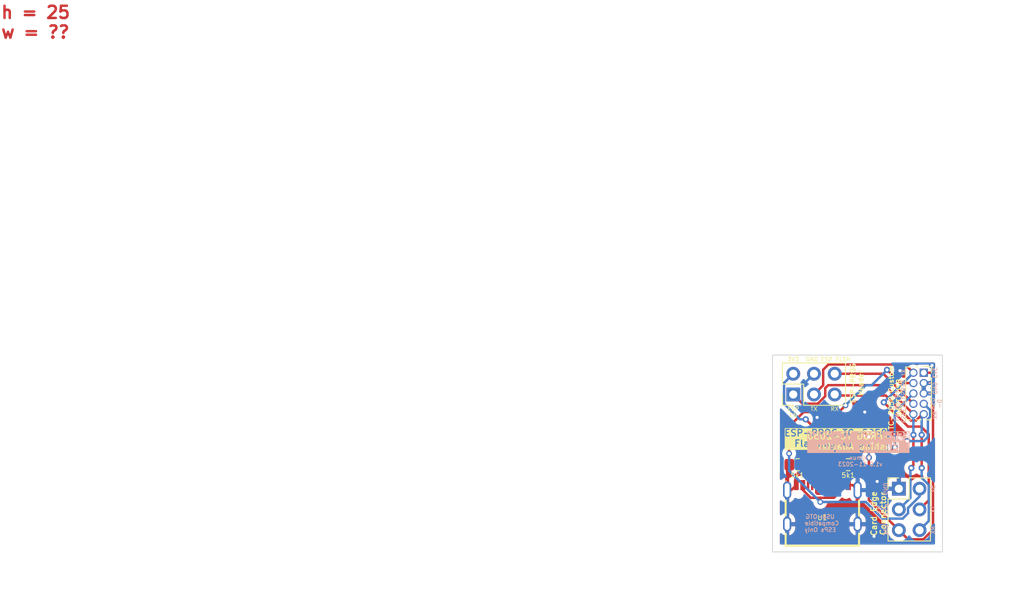
<source format=kicad_pcb>
(kicad_pcb (version 20221018) (generator pcbnew)
  (title_block (title "ESP-PROG to TC-2050 and Card Edge Adapter") (date "2023-11-01") (rev "v1.0") (company "jacob@jacobbokor.com"))
  (layers (0 "F.Cu" signal) (31 "B.Cu" signal) (34 "B.Paste" user) (35 "F.Paste" user) (36 "B.SilkS" user "B.Silkscreen") (37 "F.SilkS" user "F.Silkscreen") (38 "B.Mask" user) (39 "F.Mask" user) (44 "Edge.Cuts" user))
  (net 0 "")
  (net 1 "/VDD_U")
  (net 2 "/ESP_TXD0")
  (net 3 "Earth")
  (net 4 "/5V_VUSB")
  (net 5 "/USB_D+")
  (net 6 "/USB_D-")
  (net 7 "/ESP_IO0")
  (net 8 "/ESP_RXD0")
  (net 9 "/ESP_EN")
  (net 10 "Net-(U1-CC1)")
  (net 11 "Net-(U1-CC2)")
  (footprint "Connector_PinHeader_2.54mm:PinHeader_2x03_P2.54mm_Vertical" (layer "F.Cu") (at 148.331 76.708)
    (fp_text reference "J3" hide)
    (fp_text value "2x3 Card Edge Progamming Connector" hide)
    (fp_line (start -1.33 -1.33) (end 0 -1.33) (stroke (width 0.12)) (layer "F.SilkS"))
    (fp_line (start -1.33 0) (end -1.33 -1.33) (stroke (width 0.12)) (layer "F.SilkS"))
    (fp_line (start -1.33 1.27) (end -1.33 6.41) (stroke (width 0.12)) (layer "F.SilkS"))
    (fp_line (start -1.33 1.27) (end 1.27 1.27) (stroke (width 0.12)) (layer "F.SilkS"))
    (fp_line (start -1.33 6.41) (end 3.87 6.41) (stroke (width 0.12)) (layer "F.SilkS"))
    (fp_line (start 1.27 -1.33) (end 3.87 -1.33) (stroke (width 0.12)) (layer "F.SilkS"))
    (fp_line (start 1.27 1.27) (end 1.27 -1.33) (stroke (width 0.12)) (layer "F.SilkS"))
    (fp_line (start 3.87 -1.33) (end 3.87 6.41) (stroke (width 0.12)) (layer "F.SilkS"))
    (pad "1" thru_hole rect (at 0 0) (size 1.7 1.7) (drill 1) (layers "*.Cu" "*.Mask") (net 3 "Earth"))
    (pad "2" thru_hole oval (at 2.54 0) (size 1.7 1.7) (drill 1) (layers "*.Cu" "*.Mask") (net 4 "/5V_VUSB"))
    (pad "3" thru_hole oval (at 0 2.54) (size 1.7 1.7) (drill 1) (layers "*.Cu" "*.Mask") (net 9 "/ESP_EN"))
    (pad "4" thru_hole oval (at 2.54 2.54) (size 1.7 1.7) (drill 1) (layers "*.Cu" "*.Mask") (net 2 "/ESP_TXD0"))
    (pad "5" thru_hole oval (at 0 5.08) (size 1.7 1.7) (drill 1) (layers "*.Cu" "*.Mask") (net 1 "/VDD_U"))
    (pad "6" thru_hole oval (at 2.54 5.08) (size 1.7 1.7) (drill 1) (layers "*.Cu" "*.Mask") (net 8 "/ESP_RXD0"))
  )
  (footprint "Resistor_SMD:R_0805_2012Metric_Pad1.20x1.40mm_HandSolder" (layer "F.Cu") (at 142.108936 73.761423)
    (fp_text reference "R2" hide)
    (fp_text value "5k1" (at 0.004064 1.295577) (layer "F.SilkS") (effects (font (size 0.6 0.6) (thickness 0.09))))
    (fp_line (start -0.227064 -0.735) (end 0.227064 -0.735) (stroke (width 0.12)) (layer "F.SilkS"))
    (fp_line (start -0.227064 0.735) (end 0.227064 0.735) (stroke (width 0.12)) (layer "F.SilkS"))
    (pad "1" smd roundrect (at -1 0) (size 1.2 1.4) (layers "F.Cu" "F.Paste" "F.Mask") (roundrect_rratio 0.2083333333) (net 11 "Net-(U1-CC2)"))
    (pad "2" smd roundrect (at 1 0) (size 1.2 1.4) (layers "F.Cu" "F.Paste" "F.Mask") (roundrect_rratio 0.2083333333) (net 3 "Earth"))
  )
  (footprint "jmux-footprints:USB-C-SMD_G-SWITCH_GT-USB-7010ASV" (layer "F.Cu") (at 138.949962 78.6619)
    (fp_text reference "U1" (at -0.011962 1.6021) (layer "F.SilkS") (effects (font (size 0.6 0.6) (thickness 0.0875))))
    (fp_text value "GT-USB-7010ASV" hide)
    (fp_line (start -4.500051 1.321514) (end -4.500051 -0.508) (stroke (width 0.254)) (layer "F.SilkS"))
    (fp_line (start -4.500051 5.030074) (end -4.500051 3.556) (stroke (width 0.254)) (layer "F.SilkS"))
    (fp_line (start 4.499975 1.321514) (end 4.499975 -0.508) (stroke (width 0.254)) (layer "F.SilkS"))
    (fp_line (start 4.499975 5.030074) (end -4.500051 5.030074) (stroke (width 0.254)) (layer "F.SilkS"))
    (fp_line (start 4.499975 5.030074) (end 4.499975 3.556) (stroke (width 0.254)) (layer "F.SilkS"))
    (fp_circle (center -4.470053 -2.9) (end -4.440056 -2.9) (stroke (width 0.059995)) (fill none) (layer "F.SilkS"))
    (pad "" np_thru_hole circle (at -2.899949 -1.280137) (size 0.649987 0.649987) (drill 0.649987) (layers "*.Cu" "*.Mask"))
    (pad "" np_thru_hole circle (at 2.889992 -1.280137) (size 0.649987 0.649987) (drill 0.649987) (layers "*.Cu" "*.Mask"))
    (pad "1" thru_hole oval (at -4.320066 -1.78001) (size 1 2.1) (drill oval 0.6 1.7) (layers "*.Cu" "*.Mask") (net 3 "Earth"))
    (pad "2" thru_hole oval (at 4.320015 -1.78001) (size 1 2.1) (drill oval 0.6 1.7) (layers "*.Cu" "*.Mask") (net 3 "Earth"))
    (pad "3" thru_hole oval (at 4.320015 2.400076) (size 1 1.8) (drill oval 0.6 1.4) (layers "*.Cu" "*.Mask") (net 3 "Earth"))
    (pad "4" thru_hole oval (at -4.320066 2.400076) (size 1 1.8) (drill oval 0.6 1.4) (layers "*.Cu" "*.Mask") (net 3 "Earth"))
    (pad "A1B12" smd rect (at -3.199924 -2.400025) (size 0.6 1.240005) (layers "F.Cu" "F.Paste" "F.Mask") (net 3 "Earth"))
    (pad "A4B9" smd rect (at -2.400076 -2.400025) (size 0.6 1.240005) (layers "F.Cu" "F.Paste" "F.Mask") (net 4 "/5V_VUSB"))
    (pad "A5" smd rect (at -1.249962 -2.400025) (size 0.3 1.240005) (layers "F.Cu" "F.Paste" "F.Mask") (net 10 "Net-(U1-CC1)"))
    (pad "A6" smd rect (at -0.249962 -2.400025) (size 0.3 1.240005) (layers "F.Cu" "F.Paste" "F.Mask") (net 5 "/USB_D+"))
    (pad "A7" smd rect (at 0.249911 -2.400025) (size 0.3 1.240005) (layers "F.Cu" "F.Paste" "F.Mask") (net 6 "/USB_D-"))
    (pad "A8" smd rect (at 1.249911 -2.400025) (size 0.3 1.240005) (layers "F.Cu" "F.Paste" "F.Mask"))
    (pad "B1A12" smd rect (at 3.199873 -2.400025) (size 0.6 1.240005) (layers "F.Cu" "F.Paste" "F.Mask") (net 3 "Earth"))
    (pad "B4A9" smd rect (at 2.400025 -2.400025) (size 0.6 1.240005) (layers "F.Cu" "F.Paste" "F.Mask") (net 4 "/5V_VUSB"))
    (pad "B5" smd rect (at 1.750038 -2.400025) (size 0.3 1.240005) (layers "F.Cu" "F.Paste" "F.Mask") (net 11 "Net-(U1-CC2)"))
    (pad "B6" smd rect (at 0.750038 -2.400025) (size 0.3 1.240005) (layers "F.Cu" "F.Paste" "F.Mask") (net 5 "/USB_D+"))
    (pad "B7" smd rect (at -0.750089 -2.400025) (size 0.3 1.240005) (layers "F.Cu" "F.Paste" "F.Mask") (net 6 "/USB_D-"))
    (pad "B8" smd rect (at -1.750089 -2.400025) (size 0.3 1.240005) (layers "F.Cu" "F.Paste" "F.Mask"))
  )
  (footprint "Connector_PinSocket_1.27mm:PinSocket_2x05_P1.27mm_Vertical" (layer "F.Cu") (at 151.384 62.484)
    (fp_text reference "J1" hide)
    (fp_text value "DebugHeader_Cortex-M_JTAG_10p_TagConnect" hide)
    (fp_line (start -2.22 -0.695) (end -2.22 5.775) (stroke (width 0.12)) (layer "F.SilkS"))
    (fp_line (start -2.22 -0.695) (end -1.57753 -0.695) (stroke (width 0.12)) (layer "F.SilkS"))
    (fp_line (start -2.22 5.775) (end -1.57753 5.775) (stroke (width 0.12)) (layer "F.SilkS"))
    (fp_line (start -0.96247 -0.695) (end -0.76 -0.695) (stroke (width 0.12)) (layer "F.SilkS"))
    (fp_line (start -0.96247 5.775) (end -0.30753 5.775) (stroke (width 0.12)) (layer "F.SilkS"))
    (fp_line (start 0 -0.76) (end 0.95 -0.76) (stroke (width 0.12)) (layer "F.SilkS"))
    (fp_line (start 0.30753 5.775) (end 0.95 5.775) (stroke (width 0.12)) (layer "F.SilkS"))
    (fp_line (start 0.76 0.635) (end 0.95 0.635) (stroke (width 0.12)) (layer "F.SilkS"))
    (fp_line (start 0.95 -0.76) (end 0.95 0) (stroke (width 0.12)) (layer "F.SilkS"))
    (fp_line (start 0.95 0.635) (end 0.95 5.775) (stroke (width 0.12)) (layer "F.SilkS"))
    (pad "1" thru_hole rect (at 0 0) (size 1 1) (drill 0.7) (layers "*.Cu" "*.Mask") (net 1 "/VDD_U"))
    (pad "2" thru_hole oval (at -1.27 0) (size 1 1) (drill 0.7) (layers "*.Cu" "*.Mask") (net 2 "/ESP_TXD0"))
    (pad "3" thru_hole oval (at 0 1.27) (size 1 1) (drill 0.7) (layers "*.Cu" "*.Mask") (net 3 "Earth"))
    (pad "4" thru_hole oval (at -1.27 1.27) (size 1 1) (drill 0.7) (layers "*.Cu" "*.Mask") (net 4 "/5V_VUSB"))
    (pad "5" thru_hole oval (at 0 2.54) (size 1 1) (drill 0.7) (layers "*.Cu" "*.Mask") (net 3 "Earth"))
    (pad "6" thru_hole oval (at -1.27 2.54) (size 1 1) (drill 0.7) (layers "*.Cu" "*.Mask") (net 5 "/USB_D+"))
    (pad "7" thru_hole oval (at 0 3.81) (size 1 1) (drill 0.7) (layers "*.Cu" "*.Mask") (net 6 "/USB_D-"))
    (pad "8" thru_hole oval (at -1.27 3.81) (size 1 1) (drill 0.7) (layers "*.Cu" "*.Mask") (net 7 "/ESP_IO0"))
    (pad "9" thru_hole oval (at 0 5.08) (size 1 1) (drill 0.7) (layers "*.Cu" "*.Mask") (net 8 "/ESP_RXD0"))
    (pad "10" thru_hole oval (at -1.27 5.08) (size 1 1) (drill 0.7) (layers "*.Cu" "*.Mask") (net 9 "/ESP_EN"))
  )
  (footprint "Resistor_SMD:R_0805_2012Metric_Pad1.20x1.40mm_HandSolder" (layer "F.Cu") (at 135.901936 73.761423 180)
    (fp_text reference "R1" hide)
    (fp_text value "5k1" (at 0.011936 -1.295577) (layer "F.SilkS") (effects (font (size 0.6 0.6) (thickness 0.09))))
    (fp_line (start -0.227064 -0.735) (end 0.227064 -0.735) (stroke (width 0.12)) (layer "F.SilkS"))
    (fp_line (start -0.227064 0.735) (end 0.227064 0.735) (stroke (width 0.12)) (layer "F.SilkS"))
    (pad "1" smd roundrect (at -1 0 180) (size 1.2 1.4) (layers "F.Cu" "F.Paste" "F.Mask") (roundrect_rratio 0.2083333333) (net 10 "Net-(U1-CC1)"))
    (pad "2" smd roundrect (at 1 0 180) (size 1.2 1.4) (layers "F.Cu" "F.Paste" "F.Mask") (roundrect_rratio 0.2083333333) (net 3 "Earth"))
  )
  (footprint "Connector_PinSocket_2.54mm:PinSocket_2x03_P2.54mm_Vertical" (layer "F.Cu") (at 135.382 62.611 90)
    (fp_text reference "J2" hide)
    (fp_text value "CONN ESP-PROG" hide)
    (fp_line (start -3.87 -1.33) (end -3.87 0) (stroke (width 0.12)) (layer "F.SilkS"))
    (fp_line (start -3.87 1.27) (end -3.87 6.41) (stroke (width 0.12)) (layer "F.SilkS"))
    (fp_line (start -2.54 -1.33) (end -3.87 -1.33) (stroke (width 0.12)) (layer "F.SilkS"))
    (fp_line (start -1.27 -1.33) (end -1.27 1.27) (stroke (width 0.12)) (layer "F.SilkS"))
    (fp_line (start -1.27 1.27) (end -3.87 1.27) (stroke (width 0.12)) (layer "F.SilkS"))
    (fp_line (start 1.33 -1.33) (end -1.27 -1.33) (stroke (width 0.12)) (layer "F.SilkS"))
    (fp_line (start 1.33 -1.33) (end 1.33 6.41) (stroke (width 0.12)) (layer "F.SilkS"))
    (fp_line (start 1.33 6.41) (end -3.87 6.41) (stroke (width 0.12)) (layer "F.SilkS"))
    (pad "1" thru_hole rect locked (at -2.54 0 90) (size 1.7 1.7) (drill 1) (layers "*.Cu" "*.Mask") (net 9 "/ESP_EN"))
    (pad "2" thru_hole oval locked (at 0 0 90) (size 1.7 1.7) (drill 1) (layers "*.Cu" "*.Mask") (net 1 "/VDD_U"))
    (pad "3" thru_hole oval locked (at -2.54 2.54 90) (size 1.7 1.7) (drill 1) (layers "*.Cu" "*.Mask") (net 2 "/ESP_TXD0"))
    (pad "4" thru_hole oval locked (at 0 2.54 90) (size 1.7 1.7) (drill 1) (layers "*.Cu" "*.Mask") (net 3 "Earth"))
    (pad "5" thru_hole oval locked (at -2.54 5.08 90) (size 1.7 1.7) (drill 1) (layers "*.Cu" "*.Mask") (net 8 "/ESP_RXD0"))
    (pad "6" thru_hole oval locked (at 0 5.08 90) (size 1.7 1.7) (drill 1) (layers "*.Cu" "*.Mask") (net 7 "/ESP_IO0"))
  )
  (gr_line (start 152.273 65.024) (end 152.019 65.024) (stroke (width 0.15)) (layer "B.SilkS"))
  (gr_line (start 152.273 63.754) (end 152.019 63.754) (stroke (width 0.15)) (layer "B.SilkS"))
  (gr_rect (start 132.842 60.325) (end 153.67 84.455) (stroke (width 0.1)) (fill none) (layer "Edge.Cuts"))
  (gr_text "h = 25\nw = ??" (at 38.1 21.59) (layer "F.Cu") (effects (font (size 1.5 1.5) (thickness 0.3) bold) (justify left bottom)))
  (gr_text "ESP\nBT" (at 148.463 66.548 270) (layer "B.SilkS") (effects (font (size 0.5 0.5) (thickness 0.08)) (justify mirror)))
  (gr_text "GND" (at 152.781 64.389 90) (layer "B.SilkS") (effects (font (size 0.5 0.5) (thickness 0.08)) (justify mirror)))
  (gr_text "TX" (at 152.527 79.248 90) (layer "B.SilkS") (effects (font (size 0.5 0.5) (thickness 0.08)) (justify mirror)))
  (gr_text "ESP\nEN" (at 146.304 79.248 270) (layer "B.SilkS") (effects (font (size 0.5 0.5) (thickness 0.08)) (justify mirror)))
  (gr_text "GND" (at 146.685 76.708 -90) (layer "B.SilkS") (effects (font (size 0.5 0.5) (thickness 0.08)) (justify mirror)))
  (gr_text "USB-OTG\nCompatible \nESPs Only" (at 138.684 82.042) (layer "B.SilkS") (effects (font (size 0.5 0.5) (thickness 0.09) bold) (justify bottom mirror)))
  (gr_text "5V" (at 152.527 76.708 90) (layer "B.SilkS") (effects (font (size 0.5 0.5) (thickness 0.08)) (justify mirror)))
  (gr_text "3V3" (at 146.685 81.788 -90) (layer "B.SilkS") (effects (font (size 0.5 0.5) (thickness 0.08)) (justify mirror)))
  (gr_text "TX" (at 148.844 62.484 270) (layer "B.SilkS") (effects (font (size 0.5 0.5) (thickness 0.08)) (justify mirror)))
  (gr_text "ESP\nEN" (at 148.463 67.945 270) (layer "B.SilkS") (effects (font (size 0.5 0.5) (thickness 0.08)) (justify mirror)))
  (gr_text "USB\nD-" (at 152.908 66.294 90) (layer "B.SilkS") (effects (font (size 0.5 0.5) (thickness 0.08)) (justify mirror)))
  (gr_text "5V" (at 148.844 63.754 270) (layer "B.SilkS") (effects (font (size 0.5 0.5) (thickness 0.08)) (justify mirror)))
  (gr_text "USB\nD+" (at 148.463 65.024 270) (layer "B.SilkS") (effects (font (size 0.5 0.5) (thickness 0.08)) (justify mirror)))
  (gr_text "RX" (at 152.527 81.788 90) (layer "B.SilkS") (effects (font (size 0.5 0.5) (thickness 0.08)) (justify mirror)))
  (gr_text "ESP-PROG TC-2050\nFlashing Adapter" (at 143.383 72.009) (layer "B.SilkS" knockout) (effects (font (size 0.8 0.8) (thickness 0.14) bold) (justify bottom mirror)))
  (gr_text "RX" (at 152.781 67.691 90) (layer "B.SilkS") (effects (font (size 0.5 0.5) (thickness 0.08)) (justify mirror)))
  (gr_text "0xjmux\nv1.0 11-2023" (at 143.6 74) (layer "B.SilkS") (effects (font (size 0.5 0.5) (thickness 0.09) bold) (justify bottom mirror)))
  (gr_text "3V3" (at 152.781 62.484 90) (layer "B.SilkS") (effects (font (size 0.5 0.5) (thickness 0.08)) (justify mirror)))
  (gr_text "ESP FLSH" (at 140.589 60.833) (layer "F.SilkS") (effects (font (size 0.5 0.5) (thickness 0.08))))
  (gr_text "ESP-PROG TC-2050\nFlashing Adapter" (at 140.589 71.628) (layer "F.SilkS" knockout) (effects (font (size 0.8 0.8) (thickness 0.14) bold) (justify bottom)))
  (gr_text "TC-2050 Custom\nUART/USB" (at 148.717 65.532 90) (layer "F.SilkS") (effects (font (size 0.6 0.6) (thickness 0.12) bold) (justify bottom)))
  (gr_text "RX" (at 140.462 66.929) (layer "F.SilkS") (effects (font (size 0.5 0.5) (thickness 0.08))))
  (gr_text "ESP\nEN" (at 135.382 67.31) (layer "F.SilkS") (effects (font (size 0.5 0.5) (thickness 0.08))))
  (gr_text "TX" (at 137.922 66.929) (layer "F.SilkS") (effects (font (size 0.5 0.5) (thickness 0.08))))
  (gr_text "ESP-PROG\nHeader" (at 144.018 63.754 90) (layer "F.SilkS") (effects (font (size 0.6 0.6) (thickness 0.12) bold) (justify bottom)))
  (gr_text "GND" (at 137.668 60.833) (layer "F.SilkS") (effects (font (size 0.5 0.5) (thickness 0.08))))
  (gr_text "3V3" (at 135.382 60.833) (layer "F.SilkS") (effects (font (size 0.5 0.5) (thickness 0.08))))
  (gr_text "Card Edge\nConnector" (at 146.812 79.756 90) (layer "F.SilkS") (effects (font (size 0.7 0.7) (thickness 0.14) bold) (justify bottom)))
  (segment (start 152.52 81.732819) (end 152.52 62.738) (width 0.3) (layer "F.Cu") (net 1))
  (segment (start 152.266 62.484) (end 151.384 62.484) (width 0.3) (layer "F.Cu") (net 1))
  (segment (start 151.337819 82.915) (end 152.52 81.732819) (width 0.3) (layer "F.Cu") (net 1))
  (segment (start 137.668 68.961) (end 136.906 68.199) (width 0.3) (layer "F.Cu") (net 1))
  (segment (start 144.653 70.358) (end 143.256 68.961) (width 0.3) (layer "F.Cu") (net 1))
  (segment (start 148.331 81.788) (end 149.458 82.915) (width 0.3) (layer "F.Cu") (net 1))
  (segment (start 148.331 81.788) (end 144.653 78.11) (width 0.3) (layer "F.Cu") (net 1))
  (segment (start 152.52 62.738) (end 152.266 62.484) (width 0.3) (layer "F.Cu") (net 1))
  (segment (start 144.653 78.11) (end 144.653 72.898) (width 0.3) (layer "F.Cu") (net 1))
  (segment (start 149.458 82.915) (end 151.337819 82.915) (width 0.3) (layer "F.Cu") (net 1))
  (segment (start 143.256 68.961) (end 137.668 68.961) (width 0.3) (layer "F.Cu") (net 1))
  (via (at 136.906 68.199) (size 0.762) (drill 0.381) (layers "F.Cu" "B.Cu") (net 1))
  (via (at 144.653 70.358) (size 0.762) (drill 0.381) (layers "F.Cu" "B.Cu") (net 1))
  (via (at 144.653 72.898) (size 0.762) (drill 0.381) (layers "F.Cu" "B.Cu") (net 1))
  (segment (start 134.255 66.278) (end 136.176 68.199) (width 0.3) (layer "B.Cu") (net 1))
  (segment (start 136.176 68.199) (end 136.906 68.199) (width 0.3) (layer "B.Cu") (net 1))
  (segment (start 135.382 62.611) (end 134.255 63.738) (width 0.3) (layer "B.Cu") (net 1))
  (segment (start 134.255 63.738) (end 134.255 66.278) (width 0.3) (layer "B.Cu") (net 1))
  (segment (start 144.653 72.898) (end 144.653 70.358) (width 0.3) (layer "B.Cu") (net 1))
  (segment (start 139.049 64.024) (end 139.049 62.119) (width 0.3) (layer "F.Cu") (net 2))
  (segment (start 139.049 62.119) (end 139.693 61.475) (width 0.3) (layer "F.Cu") (net 2))
  (segment (start 149.105 61.475) (end 149.86 62.23) (width 0.3) (layer "F.Cu") (net 2))
  (segment (start 151.998 70.041447) (end 151.998 78.121) (width 0.3) (layer "F.Cu") (net 2))
  (segment (start 137.922 65.151) (end 139.049 64.024) (width 0.3) (layer "F.Cu") (net 2))
  (segment (start 146.48325 66.11475) (end 149.4565 69.088) (width 0.3) (layer "F.Cu") (net 2))
  (segment (start 149.4565 69.088) (end 151.044553 69.088) (width 0.3) (layer "F.Cu") (net 2))
  (segment (start 151.044553 69.088) (end 151.998 70.041447) (width 0.3) (layer "F.Cu") (net 2))
  (segment (start 151.998 78.121) (end 150.871 79.248) (width 0.3) (layer "F.Cu") (net 2))
  (segment (start 139.693 61.475) (end 149.105 61.475) (width 0.3) (layer "F.Cu") (net 2))
  (via (at 146.48325 66.11475) (size 0.762) (drill 0.381) (layers "F.Cu" "B.Cu") (net 2))
  (segment (start 146.48325 66.11475) (end 150.114 62.484) (width 0.3) (layer "B.Cu") (net 2))
  (segment (start 135.130023 76.88189) (end 135.750038 76.261875) (width 0.3) (layer "F.Cu") (net 3))
  (segment (start 143.108936 73.761423) (end 143.269977 73.922464) (width 0.3) (layer "F.Cu") (net 3))
  (segment (start 143.269977 73.922464) (end 143.269977 76.88189) (width 0.3) (layer "F.Cu") (net 3))
  (segment (start 134.629896 76.88189) (end 134.629896 74.033463) (width 0.3) (layer "F.Cu") (net 3))
  (segment (start 134.629896 76.88189) (end 135.130023 76.88189) (width 0.3) (layer "F.Cu") (net 3))
  (segment (start 142.149835 76.261875) (end 142.649962 76.261875) (width 0.3) (layer "F.Cu") (net 3))
  (segment (start 134.629896 74.033463) (end 134.901936 73.761423) (width 0.3) (layer "F.Cu") (net 3))
  (segment (start 134.629896 76.88189) (end 134.629896 81.061976) (width 0.3) (layer "F.Cu") (net 3))
  (segment (start 142.649962 76.261875) (end 143.269977 76.88189) (width 0.3) (layer "F.Cu") (net 3))
  (via (at 145.288 82.55) (size 0.762) (drill 0.381) (layers "F.Cu" "B.Cu") (net 3))
  (via (at 145.669 75.819) (size 0.762) (drill 0.381) (layers "F.Cu" "B.Cu") (net 3))
  (via (at 144.145 67.31) (size 0.762) (drill 0.381) (layers "F.Cu" "B.Cu") (net 3))
  (via (at 148.463 62.23) (size 0.762) (drill 0.381) (layers "F.Cu" "B.Cu") (net 3))
  (via (at 152.4 61.595) (size 0.762) (drill 0.381) (layers "F.Cu" "B.Cu") (net 3))
  (via (at 138.303 67.9675) (size 0.762) (drill 0.381) (layers "F.Cu" "B.Cu") (net 3))
  (segment (start 138.303 67.9675) (end 136.509 66.1735) (width 0.3) (layer "B.Cu") (net 3))
  (segment (start 152.091106 63.754) (end 152.4 63.445106) (width 0.3) (layer "B.Cu") (net 3))
  (segment (start 152.4 63.445106) (end 152.4 61.595) (width 0.3) (layer "B.Cu") (net 3))
  (segment (start 136.509 66.1735) (end 136.509 64.024) (width 0.3) (layer "B.Cu") (net 3))
  (segment (start 151.384 63.754) (end 151.384 65.024) (width 0.3) (layer "B.Cu") (net 3))
  (segment (start 151.384 63.754) (end 152.091106 63.754) (width 0.3) (layer "B.Cu") (net 3))
  (segment (start 136.509 64.024) (end 137.922 62.611) (width 0.3) (layer "B.Cu") (net 3))
  (segment (start 141.7955 66.4845) (end 140.97 67.31) (width 0.3) (layer "F.Cu") (net 4))
  (segment (start 137.524626 77.825423) (end 138.695936 77.825423) (width 0.3) (layer "F.Cu") (net 4))
  (segment (start 140.97 67.31) (end 136.652 67.31) (width 0.3) (layer "F.Cu") (net 4))
  (segment (start 134.874 69.088) (end 134.874 72.39) (width 0.3) (layer "F.Cu") (net 4))
  (segment (start 136.549886 76.850683) (end 137.524626 77.825423) (width 0.3) (layer "F.Cu") (net 4))
  (segment (start 136.652 67.31) (end 134.874 69.088) (width 0.3) (layer "F.Cu") (net 4))
  (segment (start 138.695936 78.333423) (end 138.695936 77.825423) (width 0.3) (layer "F.Cu") (net 4))
  (segment (start 146.88138 62.1325) (end 148.50288 63.754) (width 0.3) (layer "F.Cu") (net 4))
  (segment (start 136.549886 76.261875) (end 136.549886 76.850683) (width 0.3) (layer "F.Cu") (net 4))
  (segment (start 141.349987 76.840777) (end 141.349987 76.261875) (width 0.3) (layer "F.Cu") (net 4))
  (segment (start 140.365341 77.825423) (end 141.349987 76.840777) (width 0.3) (layer "F.Cu") (net 4))
  (segment (start 148.50288 63.754) (end 150.114 63.754) (width 0.3) (layer "F.Cu") (net 4))
  (segment (start 138.695936 77.825423) (end 140.365341 77.825423) (width 0.3) (layer "F.Cu") (net 4))
  (via (at 138.695936 78.333423) (size 0.7) (drill 0.4) (layers "F.Cu" "B.Cu") (net 4))
  (via (at 141.7955 66.4845) (size 0.7) (drill 0.4) (layers "F.Cu" "B.Cu") (net 4))
  (via (at 146.88138 62.1325) (size 0.762) (drill 0.381) (layers "F.Cu" "B.Cu") (net 4))
  (via (at 134.874 72.39) (size 0.7) (drill 0.4) (layers "F.Cu" "B.Cu") (net 4))
  (segment (start 150.871 76.708) (end 150.871 77.654181) (width 0.3) (layer "B.Cu") (net 4))
  (segment (start 144.283936 78.333423) (end 138.695936 78.333423) (width 0.3) (layer "B.Cu") (net 4))
  (segment (start 149.458 79.714819) (end 148.797819 80.375) (width 0.3) (layer "B.Cu") (net 4))
  (segment (start 150.114 63.754) (end 149.844 64.024) (width 0.3) (layer "B.Cu") (net 4))
  (segment (start 149.458 79.067181) (end 149.458 79.714819) (width 0.3) (layer "B.Cu") (net 4))
  (segment (start 141.7955 66.4845) (end 144.256 64.024) (width 0.3) (layer "B.Cu") (net 4))
  (segment (start 134.874 74.511487) (end 134.874 72.39) (width 0.3) (layer "B.Cu") (net 4))
  (segment (start 148.797819 80.375) (end 146.325513 80.375) (width 0.3) (layer "B.Cu") (net 4))
  (segment (start 144.256 64.024) (end 144.98988 64.024) (width 0.3) (layer "B.Cu") (net 4))
  (segment (start 146.325513 80.375) (end 146.315936 80.365423) (width 0.3) (layer "B.Cu") (net 4))
  (segment (start 138.695936 78.333423) (end 134.874 74.511487) (width 0.3) (layer "B.Cu") (net 4))
  (segment (start 150.871 77.654181) (end 149.458 79.067181) (width 0.3) (layer "B.Cu") (net 4))
  (segment (start 146.315936 80.365423) (end 144.283936 78.333423) (width 0.3) (layer "B.Cu") (net 4))
  (segment (start 144.98988 64.024) (end 146.88138 62.1325) (width 0.3) (layer "B.Cu") (net 4))
  (segment (start 138.7 76.261875) (end 138.7 75.437746) (width 0.3) (layer "F.Cu") (net 5))
  (segment (start 139.7 75.438) (end 139.7 76.261875) (width 0.3) (layer "F.Cu") (net 5))
  (segment (start 139.629679 73.695389) (end 139.629679 75.36768) (width 0.3) (layer "F.Cu") (net 5))
  (segment (start 138.7 75.437746) (end 138.772873 75.364873) (width 0.3) (layer "F.Cu") (net 5))
  (segment (start 139.626873 75.364873) (end 139.7 75.438) (width 0.3) (layer "F.Cu") (net 5))
  (segment (start 147.828 71.628) (end 147.32 72.136) (width 0.3) (layer "F.Cu") (net 5))
  (segment (start 141.075709 72.136) (end 141.075709 72.249359) (width 0.3) (layer "F.Cu") (net 5))
  (segment (start 147.32 72.136) (end 141.075709 72.136) (width 0.3) (layer "F.Cu") (net 5))
  (segment (start 138.772873 75.364873) (end 139.626873 75.364873) (width 0.3) (layer "F.Cu") (net 5))
  (segment (start 141.075709 72.249359) (end 139.629679 73.695389) (width 0.3) (layer "F.Cu") (net 5))
  (via (at 147.828 71.628) (size 0.762) (drill 0.381) (layers "F.Cu" "B.Cu") (net 5))
  (segment (start 147.828 67.31) (end 147.828 71.628) (width 0.3) (layer "B.Cu") (net 5))
  (segment (start 150.114 65.024) (end 147.828 67.31) (width 0.3) (layer "B.Cu") (net 5))
  (segment (start 139.199873 77.181877) (end 139.064327 77.317423) (width 0.3) (layer "F.Cu") (net 6))
  (segment (start 139.199873 76.261875) (end 139.199873 77.181877) (width 0.3) (layer "F.Cu") (net 6))
  (segment (start 138.335419 77.317423) (end 138.199873 77.181877) (width 0.3) (layer "F.Cu") (net 6))
  (segment (start 138.199873 77.181877) (end 138.199873 76.261875) (width 0.3) (layer "F.Cu") (net 6))
  (segment (start 145.796 71.374) (end 140.462 71.374) (width 0.3) (layer "F.Cu") (net 6))
  (segment (start 139.064327 77.317423) (end 138.335419 77.317423) (width 0.3) (layer "F.Cu") (net 6))
  (segment (start 146.304 70.866) (end 145.796 71.374) (width 0.3) (layer "F.Cu") (net 6))
  (segment (start 138.199873 73.636127) (end 138.199873 76.261875) (width 0.3) (layer "F.Cu") (net 6))
  (segment (start 149.352 70.866) (end 146.304 70.866) (width 0.3) (layer "F.Cu") (net 6))
  (segment (start 140.462 71.374) (end 138.199873 73.636127) (width 0.3) (layer "F.Cu") (net 6))
  (via (at 149.352 70.866) (size 0.762) (drill 0.381) (layers "F.Cu" "B.Cu") (net 6))
  (segment (start 151.384 70.866) (end 149.352 70.866) (width 0.3) (layer "B.Cu") (net 6))
  (segment (start 152.161 67.071) (end 152.161 67.885844) (width 0.3) (layer "B.Cu") (net 6))
  (segment (start 151.384 66.294) (end 152.161 67.071) (width 0.3) (layer "B.Cu") (net 6))
  (segment (start 151.892 70.358) (end 151.384 70.866) (width 0.3) (layer "B.Cu") (net 6))
  (segment (start 151.892 68.154844) (end 151.892 70.358) (width 0.3) (layer "B.Cu") (net 6))
  (segment (start 152.161 67.885844) (end 151.892 68.154844) (width 0.3) (layer "B.Cu") (net 6))
  (segment (start 140.462 62.611) (end 146.431 62.611) (width 0.3) (layer "F.Cu") (net 7))
  (segment (start 146.431 62.611) (end 149.86 66.04) (width 0.3) (layer "F.Cu") (net 7))
  (segment (start 149.792156 68.341) (end 150.435844 68.341) (width 0.3) (layer "F.Cu") (net 8))
  (segment (start 151.13 70.104) (end 151.13 74.168) (width 0.3) (layer "F.Cu") (net 8))
  (segment (start 150.435844 68.341) (end 151.13 67.646844) (width 0.3) (layer "F.Cu") (net 8))
  (segment (start 140.589 65.278) (end 146.729156 65.278) (width 0.3) (layer "F.Cu") (net 8))
  (segment (start 151.13 67.646844) (end 151.13 67.31) (width 0.3) (layer "F.Cu") (net 8))
  (segment (start 146.729156 65.278) (end 149.792156 68.341) (width 0.3) (layer "F.Cu") (net 8))
  (segment (start 140.462 65.151) (end 140.589 65.278) (width 0.3) (layer "F.Cu") (net 8))
  (via (at 151.13 70.104) (size 0.762) (drill 0.381) (layers "F.Cu" "B.Cu") (net 8))
  (via (at 151.13 74.168) (size 0.762) (drill 0.381) (layers "F.Cu" "B.Cu") (net 8))
  (segment (start 150.871 81.788) (end 151.998 80.661) (width 0.3) (layer "B.Cu") (net 8))
  (segment (start 151.13 75.373181) (end 151.13 74.168) (width 0.3) (layer "B.Cu") (net 8))
  (segment (start 151.13 67.818) (end 151.384 67.564) (width 0.3) (layer "B.Cu") (net 8))
  (segment (start 151.13 70.104) (end 151.13 67.818) (width 0.3) (layer "B.Cu") (net 8))
  (segment (start 151.998 76.241181) (end 151.13 75.373181) (width 0.3) (layer "B.Cu") (net 8))
  (segment (start 151.998 80.661) (end 151.998 76.241181) (width 0.3) (layer "B.Cu") (net 8))
  (segment (start 139.303435 64.373435) (end 139.66887 64.008) (width 0.3) (layer "F.Cu") (net 9))
  (segment (start 136.509 66.278) (end 138.388819 66.278) (width 0.3) (layer "F.Cu") (net 9))
  (segment (start 149.744 74.168) (end 149.744 74.168) (width 0.3) (layer "F.Cu") (net 9))
  (segment (start 135.382 65.151) (end 136.509 66.278) (width 0.3) (layer "F.Cu") (net 9))
  (segment (start 150.114 70.104) (end 150.114 73.798) (width 0.3) (layer "F.Cu") (net 9))
  (segment (start 138.388819 66.278) (end 139.303435 65.363384) (width 0.3) (layer "F.Cu") (net 9))
  (segment (start 146.558 64.008) (end 150.114 67.564) (width 0.3) (layer "F.Cu") (net 9))
  (segment (start 149.86 74.052) (end 149.86 74.168) (width 0.3) (layer "F.Cu") (net 9))
  (segment (start 150.114 73.798) (end 149.86 74.052) (width 0.3) (layer "F.Cu") (net 9))
  (segment (start 149.86 74.168) (end 149.744 74.168) (width 0.3) (layer "F.Cu") (net 9))
  (segment (start 139.66887 64.008) (end 146.558 64.008) (width 0.3) (layer "F.Cu") (net 9))
  (segment (start 139.303435 65.363384) (end 139.303435 64.373435) (width 0.3) (layer "F.Cu") (net 9))
  (via (at 150.114 70.104) (size 0.762) (drill 0.381) (layers "F.Cu" "B.Cu") (net 9))
  (via (at 149.86 74.168) (size 0.762) (drill 0.381) (layers "F.Cu" "B.Cu") (net 9))
  (segment (start 148.331 79.248) (end 149.744 77.835) (width 0.3) (layer "B.Cu") (net 9))
  (segment (start 149.744 77.835) (end 149.744 74.168) (width 0.3) (layer "B.Cu") (net 9))
  (segment (start 150.114 67.564) (end 150.114 70.104) (width 0.3) (layer "B.Cu") (net 9))
  (segment (start 136.901936 73.761423) (end 137.7 74.559487) (width 0.3) (layer "F.Cu") (net 10))
  (segment (start 137.7 74.559487) (end 137.7 76.261875) (width 0.3) (layer "F.Cu") (net 10))
  (segment (start 141.108936 73.761423) (end 140.7 74.170359) (width 0.3) (layer "F.Cu") (net 11))
  (segment (start 140.7 74.170359) (end 140.7 76.261875) (width 0.3) (layer "F.Cu") (net 11))
  (zone (net 3) (net_name "Earth") (layers "F&B.Cu") (connect_pads (clearance 0.5)) (min_thickness 0.25) (fill yes (thermal_gap 0.5) (thermal_bridge_width 0.5))
    (polygon (pts (xy 132.08 59.69) (xy 132.08 85.09) (xy 154.94 85.09) (xy 154.94 59.69)))
  )
)
</source>
